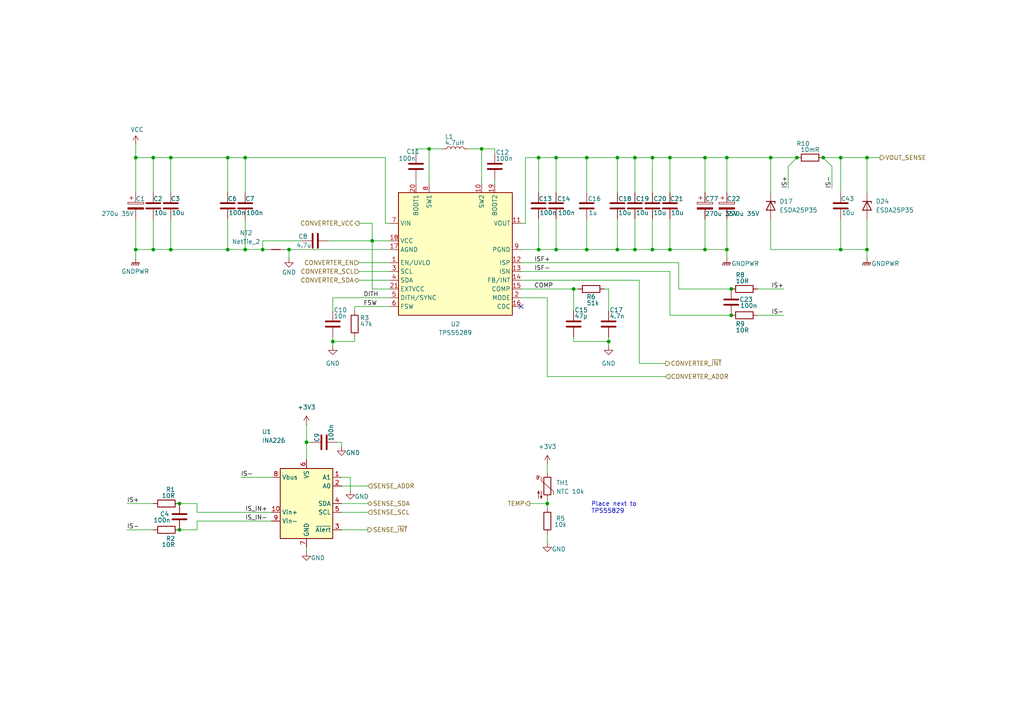
<source format=kicad_sch>
(kicad_sch (version 20250114) (generator "eeschema") (generator_version "9.0")
  (paper "A4")
  (lib_symbols
    (symbol "+3V3_1" (power) (pin_numbers (hide yes)) (pin_names (offset 0) (hide yes))
      (property "Value" "+3V3" (at 0 3.556 0))
      (symbol "+3V3_1_0_1"
        (polyline (pts (xy -0.762 1.27) (xy 0 2.54)))
        (polyline (pts (xy 0 2.54) (xy 0.762 1.27)))
        (polyline (pts (xy 0 0) (xy 0 2.54)))
      )
      (symbol "+3V3_1_1_1"
        (pin power_in line (at 0 0 90) (length 0) (name "~") (number "1"))
      )
    )
    (symbol "Device:C" (pin_numbers (hide yes)) (pin_names (offset 0.254))
      (property "Reference" "C" (at 0.635 2.54 0))
      (property "Value" "C" (at 0.635 -2.54 0))
      (symbol "C_0_1"
        (polyline (pts (xy -2.032 0.762) (xy 2.032 0.762)) (stroke (width 0.508)))
        (polyline (pts (xy -2.032 -0.762) (xy 2.032 -0.762)) (stroke (width 0.508)))
      )
      (symbol "C_1_1"
        (pin passive line (at 0 3.81 270) (length 2.794) (name "~") (number "1"))
        (pin passive line (at 0 -3.81 90) (length 2.794) (name "~") (number "2"))
      )
    )
    (symbol "Device:C_Polarized" (pin_numbers (hide yes)) (pin_names (offset 0.254))
      (property "Reference" "C" (at 0.635 2.54 0))
      (property "Value" "C_Polarized" (at 0.635 -2.54 0))
      (symbol "C_Polarized_0_1"
        (rectangle (start -2.286 0.508) (end 2.286 1.016))
        (polyline (pts (xy -1.778 2.286) (xy -0.762 2.286)))
        (polyline (pts (xy -1.27 2.794) (xy -1.27 1.778)))
        (rectangle (start 2.286 -0.508) (end -2.286 -1.016) (fill (type outline)))
      )
      (symbol "C_Polarized_1_1"
        (pin passive line (at 0 3.81 270) (length 2.794) (name "~") (number "1"))
        (pin passive line (at 0 -3.81 90) (length 2.794) (name "~") (number "2"))
      )
    )
    (symbol "Device:D_Zener" (pin_numbers (hide yes)) (pin_names (offset 1.016) (hide yes))
      (property "Reference" "D" (at 0 2.54 0))
      (property "Value" "D_Zener" (at 0 -2.54 0))
      (symbol "D_Zener_0_1"
        (polyline (pts (xy -1.27 -1.27) (xy -1.27 1.27) (xy -0.762 1.27)) (stroke (width 0.254)))
        (polyline (pts (xy 1.27 0) (xy -1.27 0)))
        (polyline (pts (xy 1.27 -1.27) (xy 1.27 1.27) (xy -1.27 0) (xy 1.27 -1.27)) (stroke (width 0.254)))
      )
      (symbol "D_Zener_1_1"
        (pin passive line (at -3.81 0 0) (length 2.54) (name "K") (number "1"))
        (pin passive line (at 3.81 0 180) (length 2.54) (name "A") (number "2"))
      )
    )
    (symbol "Device:L" (pin_numbers (hide yes)) (pin_names (offset 1.016) (hide yes))
      (property "Reference" "L" (at -1.27 0 90))
      (property "Value" "L" (at 1.905 0 90))
      (symbol "L_0_1"
        (arc (start 0 2.54) (mid 0.6323 1.905) (end 0 1.27))
        (arc (start 0 1.27) (mid 0.6323 0.635) (end 0 0))
        (arc (start 0 0) (mid 0.6323 -0.635) (end 0 -1.27))
        (arc (start 0 -1.27) (mid 0.6323 -1.905) (end 0 -2.54))
      )
      (symbol "L_1_1"
        (pin passive line (at 0 3.81 270) (length 1.27) (name "1") (number "1"))
        (pin passive line (at 0 -3.81 90) (length 1.27) (name "2") (number "2"))
      )
    )
    (symbol "Device:NetTie_2" (pin_numbers (hide yes)) (pin_names (offset 0) (hide yes)) (in_bom no)
      (property "Reference" "NT" (at 0 1.27 0))
      (property "Value" "NetTie_2" (at 0 -1.27 0))
      (symbol "NetTie_2_0_1"
        (polyline (pts (xy -1.27 0) (xy 1.27 0)) (stroke (width 0.254)))
      )
      (symbol "NetTie_2_1_1"
        (pin passive line (at -2.54 0 0) (length 2.54) (name "1") (number "1"))
        (pin passive line (at 2.54 0 180) (length 2.54) (name "2") (number "2"))
      )
    )
    (symbol "Device:R" (pin_numbers (hide yes)) (pin_names (offset 0))
      (property "Reference" "R" (at 2.032 0 90))
      (property "Value" "R" (at 0 0 90))
      (symbol "R_0_1"
        (rectangle (start -1.016 -2.54) (end 1.016 2.54) (stroke (width 0.254)))
      )
      (symbol "R_1_1"
        (pin passive line (at 0 3.81 270) (length 1.27) (name "~") (number "1"))
        (pin passive line (at 0 -3.81 90) (length 1.27) (name "~") (number "2"))
      )
    )
    (symbol "Device:Thermistor_NTC" (pin_numbers (hide yes)) (pin_names (offset 0))
      (property "Reference" "TH" (at -4.445 0 90))
      (property "Value" "Thermistor_NTC" (at 3.175 0 90))
      (symbol "Thermistor_NTC_0_1"
        (arc (start -3.175 2.413) (mid -3.0506 2.3165) (end -3.048 2.159))
        (arc (start -3.048 2.794) (mid -2.9736 2.9736) (end -2.794 3.048))
        (arc (start -2.794 3.048) (mid -2.6144 2.9736) (end -2.54 2.794))
        (arc (start -2.794 2.54) (mid -2.9736 2.6144) (end -3.048 2.794))
        (arc (start -2.794 1.905) (mid -2.9736 1.9794) (end -3.048 2.159))
        (arc (start -2.54 2.159) (mid -2.6144 1.9794) (end -2.794 1.905))
        (arc (start -2.159 2.794) (mid -2.434 2.5608) (end -2.794 2.54))
        (polyline (pts (xy -2.54 2.159) (xy -2.54 2.794)))
        (polyline (pts (xy -2.54 -3.683) (xy -2.54 -1.397) (xy -2.794 -2.159) (xy -2.286 -2.159) (xy -2.54 -1.397) (xy -2.54 -1.651)) (fill (type outline)))
        (polyline (pts (xy -1.778 2.54) (xy -1.778 1.524) (xy 1.778 -1.524) (xy 1.778 -2.54)))
        (polyline (pts (xy -1.778 -1.397) (xy -1.778 -3.683) (xy -2.032 -2.921) (xy -1.524 -2.921) (xy -1.778 -3.683) (xy -1.778 -3.429)) (fill (type outline)))
        (rectangle (start -1.016 2.54) (end 1.016 -2.54) (stroke (width 0.254)))
      )
      (symbol "Thermistor_NTC_1_1"
        (pin passive line (at 0 3.81 270) (length 1.27) (name "~") (number "1"))
        (pin passive line (at 0 -3.81 90) (length 1.27) (name "~") (number "2"))
      )
    )
    (symbol "Sensor_Energy:INA226"
      (property "Reference" "U" (at -6.35 11.43 0))
      (property "Value" "INA226" (at 3.81 11.43 0))
      (symbol "INA226_0_1"
        (rectangle (start 7.62 10.16) (end -7.62 -10.16) (stroke (width 0.254)) (fill (type background)))
      )
      (symbol "INA226_1_1"
        (pin input line (at -10.16 7.62 0) (length 2.54) (name "Vbus") (number "8"))
        (pin input line (at -10.16 -2.54 0) (length 2.54) (name "Vin+") (number "10"))
        (pin input line (at -10.16 -5.08 0) (length 2.54) (name "Vin-") (number "9"))
        (pin power_in line (at 0 12.7 270) (length 2.54) (name "VS") (number "6"))
        (pin power_in line (at 0 -12.7 90) (length 2.54) (name "GND") (number "7"))
        (pin input line (at 10.16 7.62 180) (length 2.54) (name "A1") (number "1"))
        (pin input line (at 10.16 5.08 180) (length 2.54) (name "A0") (number "2"))
        (pin bidirectional line (at 10.16 0 180) (length 2.54) (name "SDA") (number "4"))
        (pin input line (at 10.16 -2.54 180) (length 2.54) (name "SCL") (number "5"))
        (pin open_collector line (at 10.16 -7.62 180) (length 2.54) (name "~{Alert}") (number "3"))
      )
    )
    (symbol "power:GND" (power) (pin_numbers (hide yes)) (pin_names (offset 0) (hide yes))
      (property "Value" "GND" (at 0 -3.81 0))
      (symbol "GND_0_1"
        (polyline (pts (xy 0 0) (xy 0 -1.27) (xy 1.27 -1.27) (xy 0 -2.54) (xy -1.27 -1.27) (xy 0 -1.27)))
      )
      (symbol "GND_1_1"
        (pin power_in line (at 0 0 270) (length 0) (name "~") (number "1"))
      )
    )
    (symbol "power:GNDPWR" (power) (pin_numbers (hide yes)) (pin_names (offset 0) (hide yes))
      (property "Value" "GNDPWR" (at 0 -3.302 0))
      (symbol "GNDPWR_0_1"
        (polyline (pts (xy -1.016 -1.27) (xy -1.27 -2.032) (xy -1.27 -2.032)) (stroke (width 0.2032)))
        (polyline (pts (xy -0.508 -1.27) (xy -0.762 -2.032) (xy -0.762 -2.032)) (stroke (width 0.2032)))
        (polyline (pts (xy 0 -1.27) (xy 0 0)))
        (polyline (pts (xy 0 -1.27) (xy -0.254 -2.032) (xy -0.254 -2.032)) (stroke (width 0.2032)))
        (polyline (pts (xy 0.508 -1.27) (xy 0.254 -2.032) (xy 0.254 -2.032)) (stroke (width 0.2032)))
        (polyline (pts (xy 1.016 -1.27) (xy -1.016 -1.27) (xy -1.016 -1.27)) (stroke (width 0.2032)))
        (polyline (pts (xy 1.016 -1.27) (xy 0.762 -2.032) (xy 0.762 -2.032) (xy 0.762 -2.032)) (stroke (width 0.2032)))
      )
      (symbol "GNDPWR_1_1"
        (pin power_in line (at 0 0 270) (length 0) (name "~") (number "1"))
      )
    )
    (symbol "power:VBUS" (power) (pin_numbers (hide yes)) (pin_names (offset 0) (hide yes))
      (property "Value" "VBUS" (at 0 3.556 0))
      (symbol "VBUS_0_1"
        (polyline (pts (xy -0.762 1.27) (xy 0 2.54)))
        (polyline (pts (xy 0 2.54) (xy 0.762 1.27)))
        (polyline (pts (xy 0 0) (xy 0 2.54)))
      )
      (symbol "VBUS_1_1"
        (pin power_in line (at 0 0 90) (length 0) (name "~") (number "1"))
      )
    )
    (symbol "protovolt_mini:TPS55289"
      (property "Reference" "U" (at -15.24 -19.558 0))
      (property "Value" "TPS55289" (at -10.922 -21.59 0))
      (symbol "TPS55289_1_1"
        (rectangle (start -16.51 17.78) (end 16.51 -17.78) (stroke (width 0.254)) (fill (type background)))
        (pin power_in line (at -19.05 8.89 0) (length 2.54) (name "VIN") (number "7"))
        (pin power_out line (at -19.05 3.81 0) (length 2.54) (name "VCC") (number "18"))
        (pin power_in line (at -19.05 1.27 0) (length 2.54) (name "AGND") (number "17"))
        (pin input line (at -19.05 -2.54 0) (length 2.54) (name "EN/UVLO") (number "1"))
        (pin input line (at -19.05 -5.08 0) (length 2.54) (name "SCL") (number "3"))
        (pin bidirectional line (at -19.05 -7.62 0) (length 2.54) (name "SDA") (number "4"))
        (pin input line (at -19.05 -10.16 0) (length 2.54) (name "EXTVCC") (number "21"))
        (pin input line (at -19.05 -12.7 0) (length 2.54) (name "DITH/SYNC") (number "5"))
        (pin input line (at -19.05 -15.24 0) (length 2.54) (name "FSW") (number "6"))
        (pin output line (at -11.43 20.32 270) (length 2.54) (name "BOOT1") (number "20"))
        (pin bidirectional line (at -7.62 20.32 270) (length 2.54) (name "SW1") (number "8"))
        (pin bidirectional line (at 7.62 20.32 270) (length 2.54) (name "SW2") (number "10"))
        (pin output line (at 11.43 20.32 270) (length 2.54) (name "BOOT2") (number "19"))
        (pin power_out line (at 19.05 8.89 180) (length 2.54) (name "VOUT") (number "11"))
        (pin power_in line (at 19.05 1.27 180) (length 2.54) (name "PGND") (number "9"))
        (pin input line (at 19.05 -2.54 180) (length 2.54) (name "ISP") (number "12"))
        (pin input line (at 19.05 -5.08 180) (length 2.54) (name "ISN") (number "13"))
        (pin bidirectional line (at 19.05 -7.62 180) (length 2.54) (name "FB/INT") (number "14"))
        (pin output line (at 19.05 -10.16 180) (length 2.54) (name "COMP") (number "15"))
        (pin input line (at 19.05 -12.7 180) (length 2.54) (name "MODE") (number "2"))
        (pin output line (at 19.05 -15.24 180) (length 2.54) (name "CDC") (number "16"))
      )
    )
  )
  (text "Place next to\nTPS55829" (at 171.45 147.32 0) (effects (font (size 1.27 1.27)) (justify left)))
  (junction (at 204.47 72.39))
  (junction (at 49.53 72.39))
  (junction (at 251.46 45.72))
  (junction (at 204.47 45.72))
  (junction (at 251.46 72.39))
  (junction (at 184.15 45.72))
  (junction (at 210.82 72.39))
  (junction (at 223.52 45.72))
  (junction (at 158.75 146.05))
  (junction (at 44.45 45.72))
  (junction (at 212.09 83.82))
  (junction (at 124.46 43.18))
  (junction (at 166.37 83.82))
  (junction (at 170.18 72.39))
  (junction (at 156.21 72.39))
  (junction (at 238.76 45.72))
  (junction (at 161.29 72.39))
  (junction (at 71.12 45.72))
  (junction (at 49.53 45.72))
  (junction (at 52.07 146.05))
  (junction (at 139.7 43.18))
  (junction (at 107.95 69.85))
  (junction (at 44.45 72.39))
  (junction (at 176.53 99.06))
  (junction (at 231.14 45.72))
  (junction (at 184.15 72.39))
  (junction (at 243.84 45.72))
  (junction (at 88.9 128.27))
  (junction (at 243.84 72.39))
  (junction (at 76.2 72.39))
  (junction (at 66.04 45.72))
  (junction (at 194.31 72.39))
  (junction (at 179.07 72.39))
  (junction (at 83.82 72.39))
  (junction (at 39.37 72.39))
  (junction (at 161.29 45.72))
  (junction (at 189.23 45.72))
  (junction (at 52.07 153.67))
  (junction (at 156.21 45.72))
  (junction (at 66.04 72.39))
  (junction (at 194.31 45.72))
  (junction (at 189.23 72.39))
  (junction (at 71.12 72.39))
  (junction (at 96.52 99.06))
  (junction (at 210.82 45.72))
  (junction (at 179.07 45.72))
  (junction (at 212.09 91.44))
  (junction (at 39.37 45.72))
  (junction (at 170.18 45.72))
  (no_connect (at 151.13 88.9))
  (wire (pts (xy 223.52 45.72) (xy 223.52 55.88)))
  (wire (pts (xy 102.87 88.9) (xy 113.03 88.9)))
  (wire (pts (xy 99.06 138.43) (xy 101.6 138.43)))
  (wire (pts (xy 184.15 45.72) (xy 179.07 45.72)))
  (wire (pts (xy 210.82 72.39) (xy 204.47 72.39)))
  (wire (pts (xy 39.37 45.72) (xy 39.37 55.88)))
  (wire (pts (xy 71.12 45.72) (xy 71.12 55.88)))
  (wire (pts (xy 57.15 151.13) (xy 57.15 153.67)))
  (wire (pts (xy 36.83 146.05) (xy 44.45 146.05)))
  (wire (pts (xy 194.31 72.39) (xy 204.47 72.39)))
  (wire (pts (xy 243.84 72.39) (xy 251.46 72.39)))
  (wire (pts (xy 111.76 64.77) (xy 113.03 64.77)))
  (wire (pts (xy 158.75 86.36) (xy 158.75 109.22)))
  (wire (pts (xy 194.31 91.44) (xy 212.09 91.44)))
  (wire (pts (xy 49.53 45.72) (xy 66.04 45.72)))
  (wire (pts (xy 151.13 86.36) (xy 158.75 86.36)))
  (wire (pts (xy 151.13 83.82) (xy 166.37 83.82)))
  (wire (pts (xy 76.2 72.39) (xy 77.47 72.39)))
  (wire (pts (xy 194.31 72.39) (xy 189.23 72.39)))
  (wire (pts (xy 49.53 72.39) (xy 66.04 72.39)))
  (wire (pts (xy 223.52 72.39) (xy 243.84 72.39)))
  (wire (pts (xy 111.76 45.72) (xy 111.76 64.77)))
  (wire (pts (xy 166.37 83.82) (xy 166.37 90.17)))
  (wire (pts (xy 82.55 72.39) (xy 83.82 72.39)))
  (wire (pts (xy 170.18 63.5) (xy 170.18 72.39)))
  (wire (pts (xy 243.84 45.72) (xy 251.46 45.72)))
  (wire (pts (xy 170.18 45.72) (xy 179.07 45.72)))
  (wire (pts (xy 120.65 44.45) (xy 120.65 43.18)))
  (wire (pts (xy 101.6 138.43) (xy 101.6 142.24)))
  (wire (pts (xy 184.15 45.72) (xy 184.15 55.88)))
  (wire (pts (xy 102.87 88.9) (xy 102.87 90.17)))
  (wire (pts (xy 66.04 72.39) (xy 71.12 72.39)))
  (wire (pts (xy 204.47 63.5) (xy 204.47 72.39)))
  (wire (pts (xy 243.84 63.5) (xy 243.84 72.39)))
  (wire (pts (xy 83.82 72.39) (xy 83.82 74.93)))
  (wire (pts (xy 71.12 63.5) (xy 71.12 72.39)))
  (wire (pts (xy 227.33 91.44) (xy 219.71 91.44)))
  (wire (pts (xy 143.51 43.18) (xy 139.7 43.18)))
  (wire (pts (xy 156.21 63.5) (xy 156.21 72.39)))
  (wire (pts (xy 210.82 45.72) (xy 223.52 45.72)))
  (wire (pts (xy 151.13 72.39) (xy 156.21 72.39)))
  (wire (pts (xy 161.29 72.39) (xy 170.18 72.39)))
  (wire (pts (xy 96.52 99.06) (xy 96.52 100.33)))
  (wire (pts (xy 196.85 76.2) (xy 196.85 83.82)))
  (wire (pts (xy 104.14 64.77) (xy 107.95 64.77)))
  (wire (pts (xy 251.46 45.72) (xy 255.27 45.72)))
  (wire (pts (xy 120.65 52.07) (xy 120.65 53.34)))
  (wire (pts (xy 228.6 48.26) (xy 231.14 45.72)))
  (wire (pts (xy 107.95 64.77) (xy 107.95 69.85)))
  (wire (pts (xy 88.9 160.02) (xy 88.9 158.75)))
  (wire (pts (xy 135.89 43.18) (xy 139.7 43.18)))
  (wire (pts (xy 166.37 97.79) (xy 166.37 99.06)))
  (wire (pts (xy 179.07 45.72) (xy 179.07 55.88)))
  (wire (pts (xy 124.46 43.18) (xy 124.46 53.34)))
  (wire (pts (xy 151.13 81.28) (xy 185.42 81.28)))
  (wire (pts (xy 184.15 63.5) (xy 184.15 72.39)))
  (wire (pts (xy 204.47 45.72) (xy 210.82 45.72)))
  (wire (pts (xy 161.29 63.5) (xy 161.29 72.39)))
  (wire (pts (xy 102.87 97.79) (xy 102.87 99.06)))
  (wire (pts (xy 210.82 63.5) (xy 210.82 72.39)))
  (wire (pts (xy 158.75 109.22) (xy 193.04 109.22)))
  (wire (pts (xy 97.79 128.27) (xy 99.06 128.27)))
  (wire (pts (xy 44.45 45.72) (xy 44.45 55.88)))
  (wire (pts (xy 107.95 69.85) (xy 113.03 69.85)))
  (wire (pts (xy 57.15 151.13) (xy 78.74 151.13)))
  (wire (pts (xy 44.45 45.72) (xy 49.53 45.72)))
  (wire (pts (xy 243.84 45.72) (xy 243.84 55.88)))
  (wire (pts (xy 176.53 97.79) (xy 176.53 99.06)))
  (wire (pts (xy 170.18 45.72) (xy 170.18 55.88)))
  (wire (pts (xy 238.76 45.72) (xy 241.3 48.26)))
  (wire (pts (xy 57.15 148.59) (xy 78.74 148.59)))
  (wire (pts (xy 156.21 72.39) (xy 161.29 72.39)))
  (wire (pts (xy 228.6 48.26) (xy 228.6 54.61)))
  (wire (pts (xy 96.52 97.79) (xy 96.52 99.06)))
  (wire (pts (xy 194.31 78.74) (xy 194.31 91.44)))
  (wire (pts (xy 102.87 99.06) (xy 96.52 99.06)))
  (wire (pts (xy 251.46 72.39) (xy 251.46 74.93)))
  (wire (pts (xy 152.4 45.72) (xy 156.21 45.72)))
  (wire (pts (xy 88.9 128.27) (xy 88.9 133.35)))
  (wire (pts (xy 66.04 63.5) (xy 66.04 72.39)))
  (wire (pts (xy 189.23 45.72) (xy 189.23 55.88)))
  (wire (pts (xy 251.46 63.5) (xy 251.46 72.39)))
  (wire (pts (xy 39.37 41.91) (xy 39.37 45.72)))
  (wire (pts (xy 153.67 146.05) (xy 158.75 146.05)))
  (wire (pts (xy 104.14 76.2) (xy 113.03 76.2)))
  (wire (pts (xy 88.9 123.19) (xy 88.9 128.27)))
  (wire (pts (xy 241.3 48.26) (xy 241.3 54.61)))
  (wire (pts (xy 49.53 45.72) (xy 49.53 55.88)))
  (wire (pts (xy 39.37 45.72) (xy 44.45 45.72)))
  (wire (pts (xy 120.65 43.18) (xy 124.46 43.18)))
  (wire (pts (xy 99.06 146.05) (xy 106.68 146.05)))
  (wire (pts (xy 189.23 72.39) (xy 184.15 72.39)))
  (wire (pts (xy 57.15 148.59) (xy 57.15 146.05)))
  (wire (pts (xy 36.83 153.67) (xy 44.45 153.67)))
  (wire (pts (xy 189.23 63.5) (xy 189.23 72.39)))
  (wire (pts (xy 107.95 83.82) (xy 107.95 69.85)))
  (wire (pts (xy 158.75 144.78) (xy 158.75 146.05)))
  (wire (pts (xy 96.52 86.36) (xy 96.52 90.17)))
  (wire (pts (xy 66.04 45.72) (xy 71.12 45.72)))
  (wire (pts (xy 39.37 63.5) (xy 39.37 72.39)))
  (wire (pts (xy 223.52 45.72) (xy 231.14 45.72)))
  (wire (pts (xy 184.15 72.39) (xy 179.07 72.39)))
  (wire (pts (xy 99.06 128.27) (xy 99.06 129.54)))
  (wire (pts (xy 194.31 45.72) (xy 204.47 45.72)))
  (wire (pts (xy 176.53 99.06) (xy 166.37 99.06)))
  (wire (pts (xy 185.42 105.41) (xy 193.04 105.41)))
  (wire (pts (xy 161.29 45.72) (xy 161.29 55.88)))
  (wire (pts (xy 196.85 83.82) (xy 212.09 83.82)))
  (wire (pts (xy 44.45 72.39) (xy 49.53 72.39)))
  (wire (pts (xy 104.14 81.28) (xy 113.03 81.28)))
  (wire (pts (xy 88.9 128.27) (xy 90.17 128.27)))
  (wire (pts (xy 44.45 63.5) (xy 44.45 72.39)))
  (wire (pts (xy 99.06 148.59) (xy 106.68 148.59)))
  (wire (pts (xy 52.07 146.05) (xy 57.15 146.05)))
  (wire (pts (xy 152.4 64.77) (xy 151.13 64.77)))
  (wire (pts (xy 49.53 63.5) (xy 49.53 72.39)))
  (wire (pts (xy 175.26 83.82) (xy 176.53 83.82)))
  (wire (pts (xy 99.06 140.97) (xy 106.68 140.97)))
  (wire (pts (xy 194.31 45.72) (xy 194.31 55.88)))
  (wire (pts (xy 143.51 44.45) (xy 143.51 43.18)))
  (wire (pts (xy 128.27 43.18) (xy 124.46 43.18)))
  (wire (pts (xy 151.13 78.74) (xy 194.31 78.74)))
  (wire (pts (xy 161.29 45.72) (xy 170.18 45.72)))
  (wire (pts (xy 143.51 52.07) (xy 143.51 53.34)))
  (wire (pts (xy 99.06 153.67) (xy 106.68 153.67)))
  (wire (pts (xy 176.53 83.82) (xy 176.53 90.17)))
  (wire (pts (xy 83.82 72.39) (xy 113.03 72.39)))
  (wire (pts (xy 223.52 63.5) (xy 223.52 72.39)))
  (wire (pts (xy 158.75 157.48) (xy 158.75 154.94)))
  (wire (pts (xy 96.52 86.36) (xy 113.03 86.36)))
  (wire (pts (xy 210.82 45.72) (xy 210.82 55.88)))
  (wire (pts (xy 179.07 72.39) (xy 170.18 72.39)))
  (wire (pts (xy 139.7 43.18) (xy 139.7 53.34)))
  (wire (pts (xy 95.25 69.85) (xy 107.95 69.85)))
  (wire (pts (xy 210.82 74.93) (xy 210.82 72.39)))
  (wire (pts (xy 76.2 72.39) (xy 76.2 69.85)))
  (wire (pts (xy 156.21 45.72) (xy 156.21 55.88)))
  (wire (pts (xy 176.53 99.06) (xy 176.53 100.33)))
  (wire (pts (xy 194.31 63.5) (xy 194.31 72.39)))
  (wire (pts (xy 158.75 134.62) (xy 158.75 137.16)))
  (wire (pts (xy 76.2 69.85) (xy 87.63 69.85)))
  (wire (pts (xy 39.37 74.93) (xy 39.37 72.39)))
  (wire (pts (xy 189.23 45.72) (xy 194.31 45.72)))
  (wire (pts (xy 185.42 81.28) (xy 185.42 105.41)))
  (wire (pts (xy 184.15 45.72) (xy 189.23 45.72)))
  (wire (pts (xy 158.75 146.05) (xy 158.75 147.32)))
  (wire (pts (xy 179.07 63.5) (xy 179.07 72.39)))
  (wire (pts (xy 66.04 45.72) (xy 66.04 55.88)))
  (wire (pts (xy 152.4 45.72) (xy 152.4 64.77)))
  (wire (pts (xy 204.47 45.72) (xy 204.47 55.88)))
  (wire (pts (xy 113.03 83.82) (xy 107.95 83.82)))
  (wire (pts (xy 104.14 78.74) (xy 113.03 78.74)))
  (wire (pts (xy 71.12 45.72) (xy 111.76 45.72)))
  (wire (pts (xy 52.07 153.67) (xy 57.15 153.67)))
  (wire (pts (xy 151.13 76.2) (xy 196.85 76.2)))
  (wire (pts (xy 166.37 83.82) (xy 167.64 83.82)))
  (wire (pts (xy 238.76 45.72) (xy 243.84 45.72)))
  (wire (pts (xy 69.85 138.43) (xy 78.74 138.43)))
  (wire (pts (xy 227.33 83.82) (xy 219.71 83.82)))
  (wire (pts (xy 44.45 72.39) (xy 39.37 72.39)))
  (wire (pts (xy 71.12 72.39) (xy 76.2 72.39)))
  (wire (pts (xy 156.21 45.72) (xy 161.29 45.72)))
  (wire (pts (xy 251.46 45.72) (xy 251.46 55.88)))
  (label "IS+" (at 228.6 54.61 90))
  (label "IS+" (at 227.33 83.82 180))
  (label "ISF-" (at 154.94 78.74 0))
  (label "IS-" (at 227.33 91.44 180))
  (label "IS-" (at 69.85 138.43 0))
  (label "ISF+" (at 154.94 76.2 0))
  (label "IS_IN+" (at 71.12 148.59 0))
  (label "IS-" (at 36.83 153.67 0))
  (label "COMP" (at 154.94 83.82 0))
  (label "DITH" (at 105.41 86.36 0))
  (label "FSW" (at 105.41 88.9 0))
  (label "IS_IN-" (at 71.12 151.13 0))
  (label "IS+" (at 36.83 146.05 0))
  (label "IS-" (at 241.3 54.61 90))
  (hierarchical_label "CONVERTER_VCC" (shape output) (at 104.14 64.77 180))
  (hierarchical_label "SENSE_SDA" (shape bidirectional) (at 106.68 146.05 0))
  (hierarchical_label "VOUT_SENSE" (shape output) (at 255.27 45.72 0))
  (hierarchical_label "CONVERTER_EN" (shape input) (at 104.14 76.2 180))
  (hierarchical_label "SENSE_SCL" (shape input) (at 106.68 148.59 0))
  (hierarchical_label "CONVERTER_ADDR" (shape input) (at 193.04 109.22 0))
  (hierarchical_label "CONVERTER_~{INT}" (shape output) (at 193.04 105.41 0))
  (hierarchical_label "SENSE_ADDR" (shape input) (at 106.68 140.97 0))
  (hierarchical_label "CONVERTER_SCL" (shape input) (at 104.14 78.74 180))
  (hierarchical_label "TEMP" (shape output) (at 153.67 146.05 180))
  (hierarchical_label "SENSE_~{INT}" (shape output) (at 106.68 153.67 0))
  (hierarchical_label "CONVERTER_SDA" (shape bidirectional) (at 104.14 81.28 180))
  (symbol (lib_name "+3V3_1") (lib_id "power:+3V3") (at 88.9 123.19 0) (unit 1)
    (property "Reference" "#PWR0118" (effects (hide yes)))
    (property "Value" "+3V3" (at 88.9 118.11 0))
    (property "Description" "Power symbol creates a global label with name \"+3V3\"" (effects (hide yes)))
    (instances (project "" (path "" (reference "#PWR0118") (unit 1)) (path "" (reference "#PWR0119") (unit 1))))
  )
  (symbol (lib_id "protovolt_mini:TPS55289") (at 132.08 73.66 0) (unit 1)
    (property "Reference" "U2" (at 132.08 93.98 0))
    (property "Value" "TPS55289" (at 132.08 96.52 0))
    (property "Footprint" "protovolt_mini_fp:Texas_RYQ0021A_VQFN-21-1EP_5x3mm_P0.5mm" (effects (hide yes)))
    (property "Datasheet" "https://www.ti.com/lit/ds/symlink/tps55289.pdf" (effects (hide yes)))
    (property "Description" "30-V, 8-A Buck-Boost Converter with I2C Interface" (effects (hide yes)))
    (property "LCSC" "C5942077" (effects (hide yes)))
    (instances (project "mini" (path "" (reference "U2") (unit 1)) (path "" (reference "U8") (unit 1))))
  )
  (symbol (lib_id "Device:L") (at 132.08 43.18 90) (unit 1)
    (property "Reference" "L1" (at 130.302 39.624 90))
    (property "Value" "4.7uH" (at 131.826 41.402 90))
    (property "Footprint" "protovolt_mini_fp:L_SOREDE_SRTC.1010" (effects (hide yes)))
    (property "Description" "Inductor" (effects (hide yes)))
    (property "LCSC" "C7427509" (effects (hide yes)))
    (instances (project "mini" (path "" (reference "L1") (unit 1)) (path "" (reference "L3") (unit 1))))
  )
  (symbol (lib_id "Device:C") (at 96.52 93.98 0) (unit 1)
    (property "Reference" "C10" (at 96.774 89.916 0) (effects (justify left)))
    (property "Value" "10n" (at 96.774 91.6939 0) (effects (justify left)))
    (property "Footprint" "Capacitor_SMD:C_0402_1005Metric" (effects (hide yes)))
    (property "Description" "Unpolarized capacitor" (effects (hide yes)))
    (property "LCSC" "C15195" (effects (hide yes)))
    (instances (project "mini" (path "" (reference "C10") (unit 1)) (path "" (reference "C53") (unit 1))))
  )
  (symbol (lib_id "power:GND") (at 176.53 100.33 0) (unit 1)
    (property "Reference" "#PWR019" (effects (hide yes)))
    (property "Value" "GND" (at 176.53 105.41 0))
    (property "Description" "Power symbol creates a global label with name \"GND\" , ground" (effects (hide yes)))
    (instances (project "mini" (path "" (reference "#PWR019") (unit 1)) (path "" (reference "#PWR0125") (unit 1))))
  )
  (symbol (lib_id "Sensor_Energy:INA226") (at 88.9 146.05 0) (unit 1)
    (property "Reference" "U1" (at 75.946 125.222 0) (effects (justify left)))
    (property "Value" "INA226" (at 75.946 127.762 0) (effects (justify left)))
    (property "Footprint" "Package_SO:VSSOP-10_3x3mm_P0.5mm" (effects (hide yes)))
    (property "Datasheet" "http://www.ti.com/lit/ds/symlink/ina226.pdf" (effects (hide yes)))
    (property "Description" "High-Side or Low-Side Measurement, Bi-Directional Current and Power Monitor (0-36V) with I2C Compatible Interface, VSSOP-10" (effects (hide yes)))
    (property "LCSC" "C49851" (effects (hide yes)))
    (instances (project "mini" (path "" (reference "U1") (unit 1)) (path "" (reference "U7") (unit 1))))
  )
  (symbol (lib_id "power:GND") (at 96.52 100.33 0) (unit 1)
    (property "Reference" "#PWR013" (effects (hide yes)))
    (property "Value" "GND" (at 96.52 105.41 0))
    (property "Description" "Power symbol creates a global label with name \"GND\" , ground" (effects (hide yes)))
    (instances (project "mini" (path "" (reference "#PWR013") (unit 1)) (path "" (reference "#PWR051") (unit 1))))
  )
  (symbol (lib_id "Device:C") (at 66.04 59.69 0) (unit 1)
    (property "Reference" "C6" (at 66.04 57.658 0) (effects (justify left)))
    (property "Value" "100n" (at 66.294 61.722 0) (effects (justify left)))
    (property "Footprint" "Capacitor_SMD:C_0402_1005Metric" (effects (hide yes)))
    (property "Description" "Unpolarized capacitor" (effects (hide yes)))
    (property "LCSC" "C307331" (effects (hide yes)))
    (instances (project "mini" (path "" (reference "C6") (unit 1)) (path "" (reference "C49") (unit 1))))
  )
  (symbol (lib_id "Device:C") (at 166.37 93.98 0) (unit 1)
    (property "Reference" "C15" (at 166.624 89.916 0) (effects (justify left)))
    (property "Value" "47p" (at 166.624 91.6941 0) (effects (justify left)))
    (property "Footprint" "Capacitor_SMD:C_0402_1005Metric" (effects (hide yes)))
    (property "Description" "Unpolarized capacitor" (effects (hide yes)))
    (property "LCSC" "C1567" (effects (hide yes)))
    (instances (project "mini" (path "" (reference "C15") (unit 1)) (path "" (reference "C58") (unit 1))))
  )
  (symbol (lib_id "Device:R") (at 102.87 93.98 0) (unit 1)
    (property "Reference" "R3" (at 104.394 92.202 0) (effects (justify left)))
    (property "Value" "47k" (at 104.394 93.9801 0) (effects (justify left)))
    (property "Footprint" "Resistor_SMD:R_0402_1005Metric" (effects (hide yes)))
    (property "Description" "Resistor" (effects (hide yes)))
    (property "LCSC" "C25792" (effects (hide yes)))
    (instances (project "mini" (path "" (reference "R3") (unit 1)) (path "" (reference "R29") (unit 1))))
  )
  (symbol (lib_id "Device:C") (at 184.15 59.69 0) (unit 1)
    (property "Reference" "C19" (at 184.404 57.658 0) (effects (justify left)))
    (property "Value" "10u" (at 184.404 61.722 0) (effects (justify left)))
    (property "Footprint" "Capacitor_SMD:C_1206_3216Metric" (effects (hide yes)))
    (property "Description" "Unpolarized capacitor" (effects (hide yes)))
    (property "LCSC" "C13585" (effects (hide yes)))
    (instances (project "mini" (path "" (reference "C19") (unit 1)) (path "" (reference "C62") (unit 1))))
  )
  (symbol (lib_id "Device:C") (at 176.53 93.98 0) (unit 1)
    (property "Reference" "C17" (at 176.784 89.9161 0) (effects (justify left)))
    (property "Value" "4.7n" (at 176.784 91.694 0) (effects (justify left)))
    (property "Footprint" "Capacitor_SMD:C_0402_1005Metric" (effects (hide yes)))
    (property "Description" "Unpolarized capacitor" (effects (hide yes)))
    (property "LCSC" "C1538" (effects (hide yes)))
    (instances (project "mini" (path "" (reference "C17") (unit 1)) (path "" (reference "C60") (unit 1))))
  )
  (symbol (lib_id "power:GND") (at 99.06 129.54 0) (unit 1)
    (property "Reference" "#PWR014" (effects (hide yes)))
    (property "Value" "GND" (at 102.362 131.318 0))
    (property "Description" "Power symbol creates a global label with name \"GND\" , ground" (effects (hide yes)))
    (instances (project "mini" (path "" (reference "#PWR014") (unit 1)) (path "" (reference "#PWR052") (unit 1))))
  )
  (symbol (lib_id "Device:C_Polarized") (at 204.47 59.69 0) (unit 1)
    (property "Reference" "C77" (at 204.47 57.658 0) (effects (justify left)))
    (property "Value" "270u 35V" (at 204.47 61.976 0) (effects (justify left)))
    (property "Footprint" "Capacitor_SMD:CP_Elec_10x10" (effects (hide yes)))
    (property "Description" "Polarized capacitor" (effects (hide yes)))
    (property "LCSC" "C5246557" (effects (hide yes)))
    (instances (project "mini" (path "" (reference "C77") (unit 1)) (path "" (reference "C78") (unit 1))))
  )
  (symbol (lib_id "Device:C") (at 143.51 48.26 0) (unit 1)
    (property "Reference" "C12" (at 143.764 44.1961 0) (effects (justify left)))
    (property "Value" "100n" (at 143.764 45.974 0) (effects (justify left)))
    (property "Footprint" "Capacitor_SMD:C_0402_1005Metric" (effects (hide yes)))
    (property "Description" "Unpolarized capacitor" (effects (hide yes)))
    (property "LCSC" "C307331" (effects (hide yes)))
    (instances (project "mini" (path "" (reference "C12") (unit 1)) (path "" (reference "C55") (unit 1))))
  )
  (symbol (lib_id "power:GND") (at 83.82 74.93 0) (unit 1)
    (property "Reference" "#PWR010" (effects (hide yes)))
    (property "Value" "GND" (at 83.82 78.994 0))
    (property "Description" "Power symbol creates a global label with name \"GND\" , ground" (effects (hide yes)))
    (instances (project "mini" (path "" (reference "#PWR010") (unit 1)) (path "" (reference "#PWR0124") (unit 1))))
  )
  (symbol (lib_id "Device:C") (at 91.44 69.85 270) (unit 1)
    (property "Reference" "C8" (at 87.884 68.58 90))
    (property "Value" "4.7u" (at 88.138 71.12 90))
    (property "Footprint" "Capacitor_SMD:C_0805_2012Metric" (effects (hide yes)))
    (property "Description" "Unpolarized capacitor" (effects (hide yes)))
    (property "LCSC" "C1779" (effects (hide yes)))
    (instances (project "mini" (path "" (reference "C8") (unit 1)) (path "" (reference "C51") (unit 1))))
  )
  (symbol (lib_id "Device:C") (at 44.45 59.69 0) (unit 1)
    (property "Reference" "C2" (at 44.45 57.658 0) (effects (justify left)))
    (property "Value" "10u" (at 44.704 61.722 0) (effects (justify left)))
    (property "Footprint" "Capacitor_SMD:C_1206_3216Metric" (effects (hide yes)))
    (property "Description" "Unpolarized capacitor" (effects (hide yes)))
    (property "LCSC" "C13585" (effects (hide yes)))
    (instances (project "mini" (path "" (reference "C2") (unit 1)) (path "" (reference "C45") (unit 1))))
  )
  (symbol (lib_id "Device:C") (at 170.18 59.69 0) (unit 1)
    (property "Reference" "C16" (at 170.434 57.658 0) (effects (justify left)))
    (property "Value" "1u" (at 170.688 61.722 0) (effects (justify left)))
    (property "Footprint" "Capacitor_SMD:C_1206_3216Metric" (effects (hide yes)))
    (property "Description" "Unpolarized capacitor" (effects (hide yes)))
    (property "LCSC" "C1848" (effects (hide yes)))
    (instances (project "mini" (path "" (reference "C16") (unit 1)) (path "" (reference "C59") (unit 1))))
  )
  (symbol (lib_id "Device:C") (at 120.65 48.26 0) (unit 1)
    (property "Reference" "C11" (at 117.856 43.942 0) (effects (justify left)))
    (property "Value" "100n" (at 115.57 45.974 0) (effects (justify left)))
    (property "Footprint" "Capacitor_SMD:C_0402_1005Metric" (effects (hide yes)))
    (property "Description" "Unpolarized capacitor" (effects (hide yes)))
    (property "LCSC" "C307331" (effects (hide yes)))
    (instances (project "mini" (path "" (reference "C11") (unit 1)) (path "" (reference "C54") (unit 1))))
  )
  (symbol (lib_id "Device:C") (at 189.23 59.69 0) (unit 1)
    (property "Reference" "C20" (at 189.484 57.658 0) (effects (justify left)))
    (property "Value" "10u" (at 189.484 61.722 0) (effects (justify left)))
    (property "Footprint" "Capacitor_SMD:C_1206_3216Metric" (effects (hide yes)))
    (property "Description" "Unpolarized capacitor" (effects (hide yes)))
    (property "LCSC" "C13585" (effects (hide yes)))
    (instances (project "mini" (path "" (reference "C20") (unit 1)) (path "" (reference "C63") (unit 1))))
  )
  (symbol (lib_id "power:GND") (at 101.6 142.24 0) (unit 1)
    (property "Reference" "#PWR015" (effects (hide yes)))
    (property "Value" "GND" (at 104.902 144.018 0))
    (property "Description" "Power symbol creates a global label with name \"GND\" , ground" (effects (hide yes)))
    (instances (project "mini" (path "" (reference "#PWR015") (unit 1)) (path "" (reference "#PWR053") (unit 1))))
  )
  (symbol (lib_id "power:GNDPWR") (at 210.82 74.93 0) (unit 1)
    (property "Reference" "#PWR020" (effects (hide yes)))
    (property "Value" "GNDPWR" (at 216.154 76.454 0))
    (property "Description" "Power symbol creates a global label with name \"GNDPWR\" , global ground" (effects (hide yes)))
    (instances (project "mini" (path "" (reference "#PWR020") (unit 1)) (path "" (reference "#PWR058") (unit 1))))
  )
  (symbol (lib_id "power:GNDPWR") (at 251.46 74.93 0) (unit 1)
    (property "Reference" "#PWR021" (effects (hide yes)))
    (property "Value" "GNDPWR" (at 256.794 76.454 0))
    (property "Description" "Power symbol creates a global label with name \"GNDPWR\" , global ground" (effects (hide yes)))
    (instances (project "mini" (path "" (reference "#PWR021") (unit 1)) (path "" (reference "#PWR059") (unit 1))))
  )
  (symbol (lib_id "Device:D_Zener") (at 251.46 59.69 270) (unit 1)
    (property "Reference" "D24" (at 254 58.4199 90) (effects (justify left)))
    (property "Value" "ESDA25P35" (at 254 60.9599 90) (effects (justify left)))
    (property "Footprint" "protovolt_mini_fp:D_1610_4027Metric" (effects (hide yes)))
    (property "Description" "Zener diode" (effects (hide yes)))
    (property "LCSC" "C1974707" (effects (hide yes)))
    (instances (project "mini" (path "" (reference "D24") (unit 1)) (path "" (reference "D25") (unit 1))))
  )
  (symbol (lib_id "Device:C") (at 93.98 128.27 90) (unit 1)
    (property "Reference" "C9" (at 91.948 128.27 0) (effects (justify left)))
    (property "Value" "100n" (at 96.012 128.016 0) (effects (justify left)))
    (property "Footprint" "Capacitor_SMD:C_0402_1005Metric" (effects (hide yes)))
    (property "Description" "Unpolarized capacitor" (effects (hide yes)))
    (property "LCSC" "C307331" (effects (hide yes)))
    (instances (project "mini" (path "" (reference "C9") (unit 1)) (path "" (reference "C52") (unit 1))))
  )
  (symbol (lib_id "Device:C") (at 212.09 87.63 180) (unit 1)
    (property "Reference" "C23" (at 216.408 86.868 0))
    (property "Value" "100n" (at 217.17 88.646 0))
    (property "Footprint" "Capacitor_SMD:C_0402_1005Metric" (effects (hide yes)))
    (property "Description" "Unpolarized capacitor" (effects (hide yes)))
    (property "LCSC" "C307331" (effects (hide yes)))
    (instances (project "mini" (path "" (reference "C23") (unit 1)) (path "" (reference "C66") (unit 1))))
  )
  (symbol (lib_id "Device:C") (at 71.12 59.69 0) (unit 1)
    (property "Reference" "C7" (at 71.12 57.658 0) (effects (justify left)))
    (property "Value" "100n" (at 71.374 61.722 0) (effects (justify left)))
    (property "Footprint" "Capacitor_SMD:C_0402_1005Metric" (effects (hide yes)))
    (property "Description" "Unpolarized capacitor" (effects (hide yes)))
    (property "LCSC" "C307331" (effects (hide yes)))
    (instances (project "mini" (path "" (reference "C7") (unit 1)) (path "" (reference "C50") (unit 1))))
  )
  (symbol (lib_id "Device:R") (at 234.95 45.72 90) (unit 1)
    (property "Reference" "R10" (at 232.918 41.656 90))
    (property "Value" "10mR" (at 234.95 43.434 90))
    (property "Footprint" "Resistor_SMD:R_0612_1632Metric" (effects (hide yes)))
    (property "Description" "Resistor" (effects (hide yes)))
    (property "LCSC" "C21261108" (effects (hide yes)))
    (instances (project "mini" (path "" (reference "R10") (unit 1)) (path "" (reference "R36") (unit 1))))
  )
  (symbol (lib_id "Device:Thermistor_NTC") (at 158.75 140.97 0) (unit 1)
    (property "Reference" "TH1" (at 161.29 140.0174 0) (effects (justify left)))
    (property "Value" "NTC 10k" (at 161.29 142.5574 0) (effects (justify left)))
    (property "Footprint" "Resistor_SMD:R_0402_1005Metric" (effects (hide yes)))
    (property "Description" "Temperature dependent resistor, negative temperature coefficient" (effects (hide yes)))
    (property "LCSC" "C209959" (effects (hide yes)))
    (instances (project "mini" (path "" (reference "TH1") (unit 1)) (path "" (reference "TH2") (unit 1))))
  )
  (symbol (lib_id "Device:C") (at 156.21 59.69 0) (unit 1)
    (property "Reference" "C13" (at 156.21 57.6581 0) (effects (justify left)))
    (property "Value" "100n" (at 156.464 61.722 0) (effects (justify left)))
    (property "Footprint" "Capacitor_SMD:C_0402_1005Metric" (effects (hide yes)))
    (property "Description" "Unpolarized capacitor" (effects (hide yes)))
    (property "LCSC" "C307331" (effects (hide yes)))
    (instances (project "mini" (path "" (reference "C13") (unit 1)) (path "" (reference "C56") (unit 1))))
  )
  (symbol (lib_id "Device:R") (at 48.26 153.67 270) (mirror x) (unit 1)
    (property "Reference" "R2" (at 50.8 156.21 90) (effects (justify right)))
    (property "Value" "10R" (at 50.8 157.988 90) (effects (justify right)))
    (property "Footprint" "Resistor_SMD:R_0402_1005Metric" (effects (hide yes)))
    (property "Description" "Resistor" (effects (hide yes)))
    (property "LCSC" "C25077" (effects (hide yes)))
    (instances (project "mini" (path "" (reference "R2") (unit 1)) (path "" (reference "R28") (unit 1))))
  )
  (symbol (lib_id "Device:C") (at 243.84 59.69 0) (unit 1)
    (property "Reference" "C43" (at 243.84 57.658 0) (effects (justify left)))
    (property "Value" "10u" (at 244.094 61.722 0) (effects (justify left)))
    (property "Footprint" "Capacitor_SMD:C_1206_3216Metric" (effects (hide yes)))
    (property "Description" "Unpolarized capacitor" (effects (hide yes)))
    (property "LCSC" "C13585" (effects (hide yes)))
    (instances (project "mini" (path "" (reference "C43") (unit 1)) (path "" (reference "C87") (unit 1))))
  )
  (symbol (lib_id "power:GND") (at 158.75 157.48 0) (unit 1)
    (property "Reference" "#PWR018" (effects (hide yes)))
    (property "Value" "GND" (at 162.052 159.258 0))
    (property "Description" "Power symbol creates a global label with name \"GND\" , ground" (effects (hide yes)))
    (instances (project "mini" (path "" (reference "#PWR018") (unit 1)) (path "" (reference "#PWR056") (unit 1))))
  )
  (symbol (lib_id "Device:R") (at 171.45 83.82 90) (unit 1)
    (property "Reference" "R6" (at 171.45 86.106 90))
    (property "Value" "51k" (at 171.958 87.884 90))
    (property "Footprint" "Resistor_SMD:R_0402_1005Metric" (effects (hide yes)))
    (property "Description" "Resistor" (effects (hide yes)))
    (property "LCSC" "C25794" (effects (hide yes)))
    (instances (project "mini" (path "" (reference "R6") (unit 1)) (path "" (reference "R32") (unit 1))))
  )
  (symbol (lib_id "Device:NetTie_2") (at 80.01 72.39 0) (unit 1) (in_bom no)
    (property "Reference" "NT2" (at 71.374 67.564 0))
    (property "Value" "NetTie_2" (at 71.374 70.104 0))
    (property "Footprint" "NetTie:NetTie-2_SMD_Pad0.5mm" (effects (hide yes)))
    (property "Description" "Net tie, 2 pins" (effects (hide yes)))
    (instances (project "mini" (path "" (reference "NT2") (unit 1)) (path "" (reference "NT3") (unit 1))))
  )
  (symbol (lib_id "power:GNDPWR") (at 39.37 74.93 0) (unit 1)
    (property "Reference" "#PWR09" (effects (hide yes)))
    (property "Value" "GNDPWR" (at 39.243 78.74 0))
    (property "Description" "Power symbol creates a global label with name \"GNDPWR\" , global ground" (effects (hide yes)))
    (instances (project "mini" (path "" (reference "#PWR09") (unit 1)) (path "" (reference "#PWR047") (unit 1))))
  )
  (symbol (lib_id "Device:R") (at 158.75 151.13 0) (unit 1)
    (property "Reference" "R5" (at 162.56 150.368 0))
    (property "Value" "10k" (at 162.56 152.146 0))
    (property "Footprint" "Resistor_SMD:R_0402_1005Metric" (effects (hide yes)))
    (property "Description" "Resistor" (effects (hide yes)))
    (property "LCSC" "C25905" (effects (hide yes)))
    (instances (project "mini" (path "" (reference "R5") (unit 1)) (path "" (reference "R31") (unit 1))))
  )
  (symbol (lib_id "Device:C") (at 194.31 59.69 0) (unit 1)
    (property "Reference" "C21" (at 194.31 57.658 0) (effects (justify left)))
    (property "Value" "10u" (at 194.564 61.722 0) (effects (justify left)))
    (property "Footprint" "Capacitor_SMD:C_1206_3216Metric" (effects (hide yes)))
    (property "Description" "Unpolarized capacitor" (effects (hide yes)))
    (property "LCSC" "C13585" (effects (hide yes)))
    (instances (project "mini" (path "" (reference "C21") (unit 1)) (path "" (reference "C64") (unit 1))))
  )
  (symbol (lib_name "+3V3_1") (lib_id "power:+3V3") (at 158.75 134.62 0) (unit 1)
    (property "Reference" "#PWR011" (effects (hide yes)))
    (property "Value" "+3V3" (at 158.75 129.54 0))
    (property "Description" "Power symbol creates a global label with name \"+3V3\"" (effects (hide yes)))
    (instances (project "mini" (path "" (reference "#PWR011") (unit 1)) (path "" (reference "#PWR017") (unit 1))))
  )
  (symbol (lib_id "Device:R") (at 215.9 83.82 90) (unit 1)
    (property "Reference" "R8" (at 213.36 79.756 90) (effects (justify right)))
    (property "Value" "10R" (at 213.36 81.534 90) (effects (justify right)))
    (property "Footprint" "Resistor_SMD:R_0402_1005Metric" (effects (hide yes)))
    (property "Description" "Resistor" (effects (hide yes)))
    (property "LCSC" "C25077" (effects (hide yes)))
    (instances (project "mini" (path "" (reference "R8") (unit 1)) (path "" (reference "R34") (unit 1))))
  )
  (symbol (lib_id "Device:C") (at 161.29 59.69 0) (unit 1)
    (property "Reference" "C14" (at 161.544 57.658 0) (effects (justify left)))
    (property "Value" "100n" (at 161.798 61.722 0) (effects (justify left)))
    (property "Footprint" "Capacitor_SMD:C_0402_1005Metric" (effects (hide yes)))
    (property "Description" "Unpolarized capacitor" (effects (hide yes)))
    (property "LCSC" "C307331" (effects (hide yes)))
    (instances (project "mini" (path "" (reference "C14") (unit 1)) (path "" (reference "C57") (unit 1))))
  )
  (symbol (lib_id "Device:C_Polarized") (at 210.82 59.69 0) (unit 1)
    (property "Reference" "C22" (at 210.82 57.658 0) (effects (justify left)))
    (property "Value" "270u 35V" (at 210.82 61.976 0) (effects (justify left)))
    (property "Footprint" "Capacitor_SMD:CP_Elec_10x10" (effects (hide yes)))
    (property "Description" "Polarized capacitor" (effects (hide yes)))
    (property "LCSC" "C5246557" (effects (hide yes)))
    (instances (project "mini" (path "" (reference "C22") (unit 1)) (path "" (reference "C65") (unit 1))))
  )
  (symbol (lib_id "Device:C_Polarized") (at 39.37 59.69 0) (unit 1)
    (property "Reference" "C1" (at 39.37 57.658 0) (effects (justify left)))
    (property "Value" "270u 35V" (at 38.862 61.976 0) (effects (justify right)))
    (property "Footprint" "Capacitor_SMD:CP_Elec_10x10" (effects (hide yes)))
    (property "Description" "Polarized capacitor" (effects (hide yes)))
    (property "LCSC" "C5246557" (effects (hide yes)))
    (instances (project "mini" (path "" (reference "C1") (unit 1)) (path "" (reference "C44") (unit 1))))
  )
  (symbol (lib_id "Device:D_Zener") (at 223.52 59.69 270) (unit 1)
    (property "Reference" "D17" (at 226.06 58.4199 90) (effects (justify left)))
    (property "Value" "ESDA25P35" (at 226.06 60.9599 90) (effects (justify left)))
    (property "Footprint" "protovolt_mini_fp:D_1610_4027Metric" (effects (hide yes)))
    (property "Description" "Zener diode" (effects (hide yes)))
    (property "LCSC" "C1974707" (effects (hide yes)))
    (instances (project "mini" (path "" (reference "D17") (unit 1)) (path "" (reference "D18") (unit 1))))
  )
  (symbol (lib_id "Device:C") (at 52.07 149.86 0) (mirror x) (unit 1)
    (property "Reference" "C4" (at 47.752 149.098 0))
    (property "Value" "100n" (at 46.99 150.876 0))
    (property "Footprint" "Capacitor_SMD:C_0402_1005Metric" (effects (hide yes)))
    (property "Description" "Unpolarized capacitor" (effects (hide yes)))
    (property "LCSC" "C307331" (effects (hide yes)))
    (instances (project "mini" (path "" (reference "C4") (unit 1)) (path "" (reference "C47") (unit 1))))
  )
  (symbol (lib_id "power:GND") (at 88.9 160.02 0) (unit 1)
    (property "Reference" "#PWR012" (effects (hide yes)))
    (property "Value" "GND" (at 92.202 161.798 0))
    (property "Description" "Power symbol creates a global label with name \"GND\" , ground" (effects (hide yes)))
    (instances (project "mini" (path "" (reference "#PWR012") (unit 1)) (path "" (reference "#PWR050") (unit 1))))
  )
  (symbol (lib_id "power:VBUS") (at 39.37 41.91 0) (unit 1)
    (property "Reference" "#PWR08" (effects (hide yes)))
    (property "Value" "VCC" (at 37.846 37.592 0) (effects (justify left)))
    (property "Description" "Power symbol creates a global label with name \"VBUS\"" (effects (hide yes)))
    (instances (project "mini" (path "" (reference "#PWR08") (unit 1)) (path "" (reference "#PWR046") (unit 1))))
  )
  (symbol (lib_id "Device:R") (at 215.9 91.44 90) (unit 1)
    (property "Reference" "R9" (at 213.36 93.98 90) (effects (justify right)))
    (property "Value" "10R" (at 213.36 95.758 90) (effects (justify right)))
    (property "Footprint" "Resistor_SMD:R_0402_1005Metric" (effects (hide yes)))
    (property "Description" "Resistor" (effects (hide yes)))
    (property "LCSC" "C25077" (effects (hide yes)))
    (instances (project "mini" (path "" (reference "R9") (unit 1)) (path "" (reference "R35") (unit 1))))
  )
  (symbol (lib_id "Device:C") (at 49.53 59.69 0) (unit 1)
    (property "Reference" "C3" (at 49.53 57.658 0) (effects (justify left)))
    (property "Value" "10u" (at 49.784 61.722 0) (effects (justify left)))
    (property "Footprint" "Capacitor_SMD:C_1206_3216Metric" (effects (hide yes)))
    (property "Description" "Unpolarized capacitor" (effects (hide yes)))
    (property "LCSC" "C13585" (effects (hide yes)))
    (instances (project "mini" (path "" (reference "C3") (unit 1)) (path "" (reference "C46") (unit 1))))
  )
  (symbol (lib_id "Device:C") (at 179.07 59.69 0) (unit 1)
    (property "Reference" "C18" (at 179.324 57.658 0) (effects (justify left)))
    (property "Value" "10u" (at 179.324 61.722 0) (effects (justify left)))
    (property "Footprint" "Capacitor_SMD:C_1206_3216Metric" (effects (hide yes)))
    (property "Description" "Unpolarized capacitor" (effects (hide yes)))
    (property "LCSC" "C13585" (effects (hide yes)))
    (instances (project "mini" (path "" (reference "C18") (unit 1)) (path "" (reference "C61") (unit 1))))
  )
  (symbol (lib_id "Device:R") (at 48.26 146.05 270) (mirror x) (unit 1)
    (property "Reference" "R1" (at 50.8 141.986 90) (effects (justify right)))
    (property "Value" "10R" (at 50.8 143.764 90) (effects (justify right)))
    (property "Footprint" "Resistor_SMD:R_0402_1005Metric" (effects (hide yes)))
    (property "Description" "Resistor" (effects (hide yes)))
    (property "LCSC" "C25077" (effects (hide yes)))
    (instances (project "mini" (path "" (reference "R1") (unit 1)) (path "" (reference "R27") (unit 1))))
  )
)
</source>
